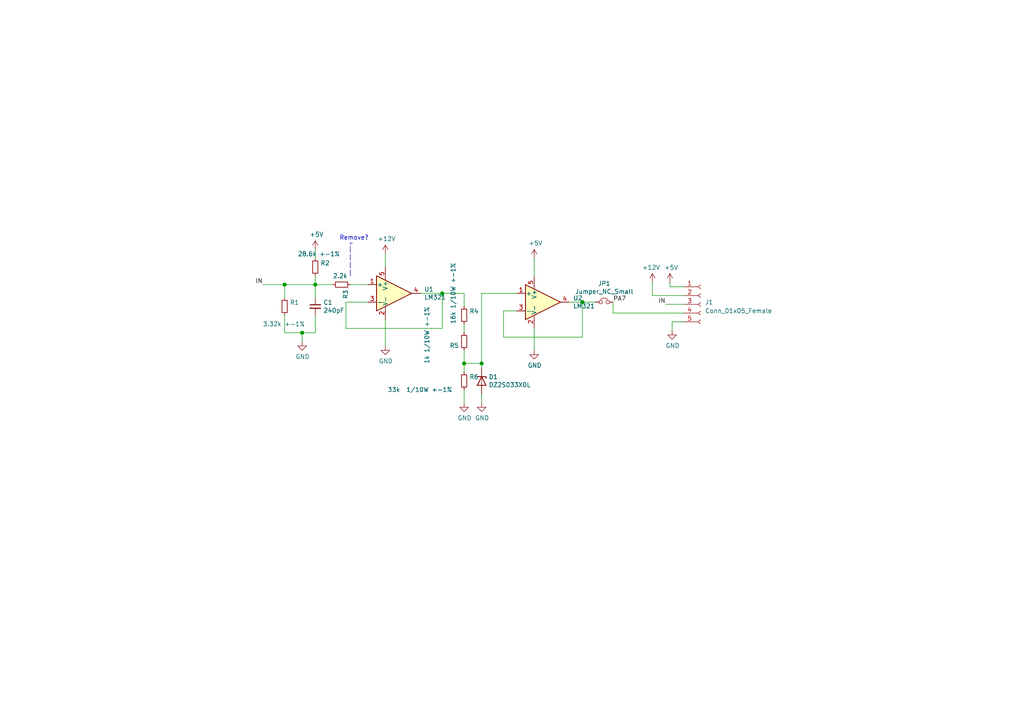
<source format=kicad_sch>
(kicad_sch (version 20211123) (generator eeschema)
  (paper "A4")
  (lib_symbols
    (symbol "Amplifier_Operational:LM321" (pin_names (offset 0.127))
      (property "Reference" "U" (at 0 7.62 0))
      (property "Value" "LM321" (at 0 5.08 0))
      (symbol "LM321_0_1"
        (polyline (pts (xy -5.08 5.08) (xy 5.08 0) (xy -5.08 -5.08) (xy -5.08 5.08)) (stroke (width 0.254)) (fill (type background)))
      )
      (symbol "LM321_1_1"
        (pin input line (at -7.62 2.54 0) (length 2.54) (name "+") (number "1"))
        (pin power_in line (at -2.54 -7.62 90) (length 3.81) (name "V-") (number "2"))
        (pin input line (at -7.62 -2.54 0) (length 2.54) (name "-") (number "3"))
        (pin output line (at 7.62 0 180) (length 2.54) (name "~") (number "4"))
        (pin power_in line (at -2.54 7.62 270) (length 3.81) (name "V+") (number "5"))
      )
    )
    (symbol "Connector:Conn_01x05_Female" (pin_names (offset 1.016) hide)
      (property "Reference" "J" (at 0 7.62 0))
      (property "Value" "Conn_01x05_Female" (at 0 -7.62 0))
      (symbol "Conn_01x05_Female_1_1"
        (arc (start 0 -4.572) (mid -0.508 -5.08) (end 0 -5.588) (stroke (width 0.1524)))
        (arc (start 0 -2.032) (mid -0.508 -2.54) (end 0 -3.048) (stroke (width 0.1524)))
        (polyline (pts (xy -1.27 -5.08) (xy -0.508 -5.08)) (stroke (width 0.1524)))
        (polyline (pts (xy -1.27 -2.54) (xy -0.508 -2.54)) (stroke (width 0.1524)))
        (polyline (pts (xy -1.27 0) (xy -0.508 0)) (stroke (width 0.1524)))
        (polyline (pts (xy -1.27 2.54) (xy -0.508 2.54)) (stroke (width 0.1524)))
        (polyline (pts (xy -1.27 5.08) (xy -0.508 5.08)) (stroke (width 0.1524)))
        (arc (start 0 0.508) (mid -0.508 0) (end 0 -0.508) (stroke (width 0.1524)))
        (arc (start 0 3.048) (mid -0.508 2.54) (end 0 2.032) (stroke (width 0.1524)))
        (arc (start 0 5.588) (mid -0.508 5.08) (end 0 4.572) (stroke (width 0.1524)))
        (pin passive line (at -5.08 5.08 0) (length 3.81) (name "Pin_1") (number "1"))
        (pin passive line (at -5.08 2.54 0) (length 3.81) (name "Pin_2") (number "2"))
        (pin passive line (at -5.08 0 0) (length 3.81) (name "Pin_3") (number "3"))
        (pin passive line (at -5.08 -2.54 0) (length 3.81) (name "Pin_4") (number "4"))
        (pin passive line (at -5.08 -5.08 0) (length 3.81) (name "Pin_5") (number "5"))
      )
    )
    (symbol "Device:C_Small" (pin_numbers hide) (pin_names (offset 0.254) hide)
      (property "Reference" "C" (at 0.254 1.778 0))
      (property "Value" "C_Small" (at 0.254 -2.032 0))
      (symbol "C_Small_0_1"
        (polyline (pts (xy -1.524 -0.508) (xy 1.524 -0.508)) (stroke (width 0.3302)))
        (polyline (pts (xy -1.524 0.508) (xy 1.524 0.508)) (stroke (width 0.3048)))
      )
      (symbol "C_Small_1_1"
        (pin passive line (at 0 2.54 270) (length 2.032) (name "~") (number "1"))
        (pin passive line (at 0 -2.54 90) (length 2.032) (name "~") (number "2"))
      )
    )
    (symbol "Device:Jumper_NC_Small" (pin_numbers hide) (pin_names (offset 0.762) hide)
      (property "Reference" "JP" (at 0 2.032 0))
      (property "Value" "Jumper_NC_Small" (at 0.254 -1.524 0))
      (symbol "Jumper_NC_Small_0_1"
        (circle (center -1.016 0) (radius 0.508))
        (circle (center 1.016 0) (radius 0.508))
        (arc (start 1.016 0.762) (mid 0 1.1828) (end -1.016 0.762))
        (pin passive line (at -2.54 0 0) (length 1.016) (name "1") (number "1"))
        (pin passive line (at 2.54 0 180) (length 1.016) (name "2") (number "2"))
      )
    )
    (symbol "Device:R_Small" (pin_numbers hide) (pin_names (offset 0.254) hide)
      (property "Reference" "R" (at 0.762 0.508 0))
      (property "Value" "R_Small" (at 0.762 -1.016 0))
      (symbol "R_Small_0_1"
        (rectangle (start -0.762 1.778) (end 0.762 -1.778) (stroke (width 0.2032)))
      )
      (symbol "R_Small_1_1"
        (pin passive line (at 0 2.54 270) (length 0.762) (name "~") (number "1"))
        (pin passive line (at 0 -2.54 90) (length 0.762) (name "~") (number "2"))
      )
    )
    (symbol "Diode:DZ2S033X0L" (pin_numbers hide) (pin_names (offset 1.016) hide)
      (property "Reference" "D" (at 0 2.54 0))
      (property "Value" "DZ2S033X0L" (at 0 -2.54 0))
      (symbol "DZ2S033X0L_0_1"
        (polyline (pts (xy 1.27 0) (xy -1.27 0)))
        (polyline (pts (xy -1.27 -1.27) (xy -1.27 1.27) (xy -0.762 1.27)) (stroke (width 0.254)))
        (polyline (pts (xy 1.27 -1.27) (xy 1.27 1.27) (xy -1.27 0) (xy 1.27 -1.27)) (stroke (width 0.254)))
      )
      (symbol "DZ2S033X0L_1_1"
        (pin passive line (at -3.81 0 0) (length 2.54) (name "K") (number "1"))
        (pin passive line (at 3.81 0 180) (length 2.54) (name "A") (number "2"))
      )
    )
    (symbol "power:+12V" (power) (pin_names (offset 0))
      (property "Value" "+12V" (at 0 3.556 0))
      (symbol "+12V_0_1"
        (polyline (pts (xy -0.762 1.27) (xy 0 2.54)))
        (polyline (pts (xy 0 0) (xy 0 2.54)))
        (polyline (pts (xy 0 2.54) (xy 0.762 1.27)))
      )
      (symbol "+12V_1_1"
        (pin power_in line (at 0 0 90) (length 0) hide (name "+12V") (number "1"))
      )
    )
    (symbol "power:+5V" (power) (pin_names (offset 0))
      (property "Value" "+5V" (at 0 3.556 0))
      (symbol "+5V_0_1"
        (polyline (pts (xy -0.762 1.27) (xy 0 2.54)))
        (polyline (pts (xy 0 0) (xy 0 2.54)))
        (polyline (pts (xy 0 2.54) (xy 0.762 1.27)))
      )
      (symbol "+5V_1_1"
        (pin power_in line (at 0 0 90) (length 0) hide (name "+5V") (number "1"))
      )
    )
    (symbol "power:GND" (power) (pin_names (offset 0))
      (property "Value" "GND" (at 0 -3.81 0))
      (symbol "GND_0_1"
        (polyline (pts (xy 0 0) (xy 0 -1.27) (xy 1.27 -1.27) (xy 0 -2.54) (xy -1.27 -1.27) (xy 0 -1.27)))
      )
      (symbol "GND_1_1"
        (pin power_in line (at 0 0 270) (length 0) hide (name "GND") (number "1"))
      )
    )
  )
  (junction (at 91.44 82.55) (diameter 1.016))
  (junction (at 168.91 87.63) (diameter 1.016))
  (junction (at 128.27 85.09) (diameter 1.016))
  (junction (at 87.63 96.52) (diameter 1.016))
  (junction (at 82.55 82.55) (diameter 1.016))
  (junction (at 139.7 105.41) (diameter 1.016))
  (junction (at 134.62 105.41) (diameter 1.016))
  (wire (pts (xy 82.55 96.52) (xy 87.63 96.52)))
  (wire (pts (xy 139.7 85.09) (xy 149.86 85.09)))
  (wire (pts (xy 134.62 88.9) (xy 134.62 85.09)))
  (wire (pts (xy 91.44 96.52) (xy 91.44 91.44)))
  (wire (pts (xy 194.945 95.885) (xy 194.945 93.345)))
  (wire (pts (xy 198.12 90.805) (xy 177.8 90.805)))
  (wire (pts (xy 91.44 80.01) (xy 91.44 82.55)))
  (wire (pts (xy 128.27 85.09) (xy 134.62 85.09)))
  (wire (pts (xy 91.44 82.55) (xy 91.44 86.36)))
  (wire (pts (xy 100.33 95.25) (xy 128.27 95.25)))
  (wire (pts (xy 168.91 97.79) (xy 168.91 87.63)))
  (wire (pts (xy 101.6 82.55) (xy 106.68 82.55)))
  (wire (pts (xy 139.7 105.41) (xy 134.62 105.41)))
  (wire (pts (xy 193.04 88.265) (xy 198.12 88.265)))
  (wire (pts (xy 87.63 96.52) (xy 91.44 96.52)))
  (wire (pts (xy 96.52 82.55) (xy 91.44 82.55)))
  (polyline (pts (xy 101.6 70.485) (xy 102.235 70.485)))
  (wire (pts (xy 128.27 85.09) (xy 121.92 85.09)))
  (wire (pts (xy 82.55 91.44) (xy 82.55 96.52)))
  (wire (pts (xy 134.62 96.52) (xy 134.62 93.98)))
  (wire (pts (xy 106.68 87.63) (xy 100.33 87.63)))
  (wire (pts (xy 87.63 99.06) (xy 87.63 96.52)))
  (wire (pts (xy 111.76 92.71) (xy 111.76 100.33)))
  (wire (pts (xy 139.7 116.84) (xy 139.7 114.3)))
  (wire (pts (xy 146.05 97.79) (xy 168.91 97.79)))
  (polyline (pts (xy 101.6 80.01) (xy 101.6 70.485)))
  (wire (pts (xy 76.2 82.55) (xy 82.55 82.55)))
  (wire (pts (xy 100.33 87.63) (xy 100.33 95.25)))
  (wire (pts (xy 146.05 90.17) (xy 146.05 97.79)))
  (wire (pts (xy 168.91 87.63) (xy 165.1 87.63)))
  (wire (pts (xy 134.62 101.6) (xy 134.62 105.41)))
  (wire (pts (xy 154.94 101.6) (xy 154.94 95.25)))
  (wire (pts (xy 111.76 77.47) (xy 111.76 73.66)))
  (wire (pts (xy 139.7 106.68) (xy 139.7 105.41)))
  (wire (pts (xy 128.27 95.25) (xy 128.27 85.09)))
  (wire (pts (xy 194.31 83.185) (xy 194.31 81.915)))
  (wire (pts (xy 91.44 72.39) (xy 91.44 74.93)))
  (wire (pts (xy 82.55 86.36) (xy 82.55 82.55)))
  (wire (pts (xy 189.23 81.915) (xy 189.23 85.725)))
  (wire (pts (xy 198.12 83.185) (xy 194.31 83.185)))
  (wire (pts (xy 177.8 90.805) (xy 177.8 87.63)))
  (wire (pts (xy 194.945 93.345) (xy 198.12 93.345)))
  (wire (pts (xy 172.72 87.63) (xy 168.91 87.63)))
  (wire (pts (xy 198.12 85.725) (xy 189.23 85.725)))
  (wire (pts (xy 149.86 90.17) (xy 146.05 90.17)))
  (wire (pts (xy 134.62 113.03) (xy 134.62 116.84)))
  (wire (pts (xy 139.7 85.09) (xy 139.7 105.41)))
  (wire (pts (xy 154.94 80.01) (xy 154.94 74.93)))
  (wire (pts (xy 91.44 82.55) (xy 82.55 82.55)))
  (wire (pts (xy 134.62 105.41) (xy 134.62 107.95)))
  (text "Remove?" (at 98.425 69.85 0) (effects (font (size 1.27 1.27)) (justify left bottom)))
  (label "PA7" (at 181.61 87.63 180))
  (label "IN" (at 76.2 82.55 180))
  (label "IN" (at 193.04 88.265 180))
  (symbol (lib_id "Amplifier_Operational:LM321") (at 157.48 87.63 0) (unit 1)
    (property "Reference" "U2" (at 166.2176 86.4616 0) (effects (justify left)))
    (property "Value" "LM321" (at 166.2176 88.773 0) (effects (justify left)))
    (property "Footprint" "Package_TO_SOT_SMD:SOT-23-5" (effects hide))
    (property "Datasheet" "http://www.ti.com/lit/ds/symlink/lm321.pdf" (effects hide))
  )
  (symbol (lib_id "Device:R_Small") (at 134.62 91.44 0) (unit 1)
    (property "Reference" "R4" (at 136.1186 90.2716 0) (effects (justify left)))
    (property "Value" "16k 1/10W +-1%" (at 131.445 93.98 90) (effects (justify left)))
    (property "Footprint" "Resistor_SMD:R_0603_1608Metric" (effects hide))
    (property "LCSC" "C217760" (effects hide))
  )
  (symbol (lib_id "power:+12V") (at 111.76 73.66 0) (unit 1)
    (property "Reference" "#PWR0110" (effects hide))
    (property "Value" "+12V" (at 112.141 69.2658 0))
  )
  (symbol (lib_id "power:+5V") (at 91.44 72.39 0) (unit 1)
    (property "Reference" "#PWR0109" (effects hide))
    (property "Value" "+5V" (at 91.821 67.9958 0))
  )
  (symbol (lib_id "Diode:DZ2S033X0L") (at 139.7 110.49 270) (unit 1)
    (property "Reference" "D1" (at 141.732 109.3216 90) (effects (justify left)))
    (property "Value" "DZ2S033X0L" (at 141.732 111.633 90) (effects (justify left)))
    (property "Footprint" "Diode_SMD:D_MiniMELF" (effects hide))
    (property "Datasheet" "https://industrial.panasonic.com/content/data/SC/ds/ds4/DZ2S03300L_E.pdf" (effects hide))
    (property "LCSC" "C8056" (effects hide))
  )
  (symbol (lib_id "power:+5V") (at 194.31 81.915 0) (unit 1)
    (property "Reference" "#PWR0105" (effects hide))
    (property "Value" "+5V" (at 194.6783 77.5906 0))
  )
  (symbol (lib_id "power:GND") (at 87.63 99.06 0) (unit 1)
    (property "Reference" "#PWR0107" (effects hide))
    (property "Value" "GND" (at 87.757 103.4542 0))
  )
  (symbol (lib_id "Amplifier_Operational:LM321") (at 114.3 85.09 0) (unit 1)
    (property "Reference" "U1" (at 123.0376 83.9216 0) (effects (justify left)))
    (property "Value" "LM321" (at 123.0376 86.233 0) (effects (justify left)))
    (property "Footprint" "Package_TO_SOT_SMD:SOT-23-5" (effects hide))
    (property "Datasheet" "http://www.ti.com/lit/ds/symlink/lm321.pdf" (effects hide))
  )
  (symbol (lib_id "power:GND") (at 139.7 116.84 0) (unit 1)
    (property "Reference" "#PWR0101" (effects hide))
    (property "Value" "GND" (at 139.827 121.2342 0))
  )
  (symbol (lib_id "power:GND") (at 134.62 116.84 0) (unit 1)
    (property "Reference" "#PWR0102" (effects hide))
    (property "Value" "GND" (at 134.747 121.2342 0))
  )
  (symbol (lib_id "Device:Jumper_NC_Small") (at 175.26 87.63 0) (unit 1)
    (property "Reference" "JP1" (at 175.26 82.2452 0))
    (property "Value" "Jumper_NC_Small" (at 175.26 84.5566 0))
    (property "Footprint" "Jumper:SolderJumper-2_P1.3mm_Open_TrianglePad1.0x1.5mm" (effects hide))
  )
  (symbol (lib_id "power:GND") (at 154.94 101.6 0) (unit 1)
    (property "Reference" "#PWR0103" (effects hide))
    (property "Value" "GND" (at 155.067 105.9942 0))
  )
  (symbol (lib_id "Device:R_Small") (at 99.06 82.55 270) (unit 1)
    (property "Reference" "R3" (at 100.2284 84.0486 0) (effects (justify left)))
    (property "Value" "2.2k" (at 96.52 80.01 90) (effects (justify left)))
    (property "Footprint" "Resistor_SMD:R_0603_1608Metric" (effects hide))
    (property "LCSC" "C309092" (effects hide))
  )
  (symbol (lib_id "Device:C_Small") (at 91.44 88.9 0) (unit 1)
    (property "Reference" "C1" (at 93.7768 87.7316 0) (effects (justify left)))
    (property "Value" "240pF" (at 93.7768 90.043 0) (effects (justify left)))
    (property "Footprint" "Capacitor_SMD:C_0603_1608Metric" (effects hide))
    (property "LCSC" "C185593" (effects hide))
  )
  (symbol (lib_id "power:GND") (at 111.76 100.33 0) (unit 1)
    (property "Reference" "#PWR0108" (effects hide))
    (property "Value" "GND" (at 111.887 104.7242 0))
  )
  (symbol (lib_id "Device:R_Small") (at 134.62 99.06 180) (unit 1)
    (property "Reference" "R5" (at 133.1214 100.2284 0) (effects (justify left)))
    (property "Value" "1k 1/10W +-1%" (at 123.825 88.9 90) (effects (justify left)))
    (property "Footprint" "Resistor_SMD:R_0603_1608Metric" (effects hide))
    (property "LCSC" "C217840" (effects hide))
  )
  (symbol (lib_id "power:+12V") (at 189.23 81.915 0) (mirror y) (unit 1)
    (property "Reference" "#PWR0111" (effects hide))
    (property "Value" "+12V" (at 188.8617 77.5906 0))
  )
  (symbol (lib_id "Device:R_Small") (at 82.55 88.9 0) (unit 1)
    (property "Reference" "R1" (at 84.0486 87.7316 0) (effects (justify left)))
    (property "Value" "3.32k +-1%" (at 76.2 93.98 0) (effects (justify left)))
    (property "Footprint" "Resistor_SMD:R_0603_1608Metric" (effects hide))
    (property "LCSC" "C234508" (effects hide))
  )
  (symbol (lib_id "Device:R_Small") (at 134.62 110.49 0) (unit 1)
    (property "Reference" "R6" (at 136.1186 109.3216 0) (effects (justify left)))
    (property "Value" "33k  1/10W +-1%" (at 112.395 113.03 0) (effects (justify left)))
    (property "Footprint" "Resistor_SMD:R_0603_1608Metric" (effects hide))
  )
  (symbol (lib_id "power:+5V") (at 154.94 74.93 0) (unit 1)
    (property "Reference" "#PWR0104" (effects hide))
    (property "Value" "+5V" (at 155.321 70.5358 0))
  )
  (symbol (lib_id "Connector:Conn_01x05_Female") (at 203.2 88.265 0) (unit 1)
    (property "Reference" "J1" (at 204.47 87.6299 0) (effects (justify left)))
    (property "Value" "Conn_01x05_Female" (at 204.47 90.1699 0) (effects (justify left)))
    (property "Footprint" "Connector_PinHeader_1.27mm:PinHeader_1x05_P1.27mm_Horizontal" (effects hide))
  )
  (symbol (lib_id "Device:R_Small") (at 91.44 77.47 180) (unit 1)
    (property "Reference" "R2" (at 92.9386 76.3016 0) (effects (justify right)))
    (property "Value" "28.6k +-1%" (at 86.36 73.66 0) (effects (justify right)))
    (property "Footprint" "Resistor_SMD:R_0603_1608Metric" (effects hide))
    (property "LCSC" "C217931" (effects hide))
  )
  (symbol (lib_id "power:GND") (at 194.945 95.885 0) (unit 1)
    (property "Reference" "#PWR0106" (effects hide))
    (property "Value" "GND" (at 195.072 100.2792 0))
  )
)
</source>
